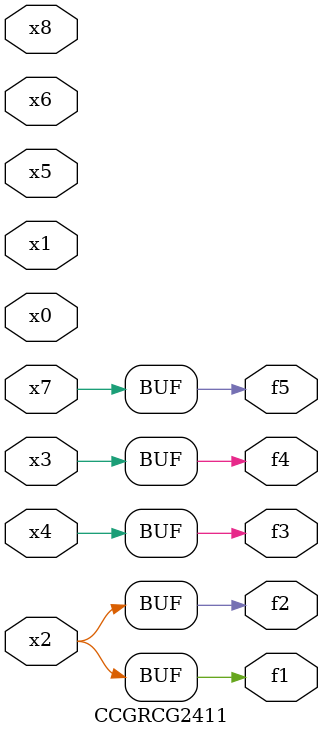
<source format=v>
module CCGRCG2411(
	input x0, x1, x2, x3, x4, x5, x6, x7, x8,
	output f1, f2, f3, f4, f5
);
	assign f1 = x2;
	assign f2 = x2;
	assign f3 = x4;
	assign f4 = x3;
	assign f5 = x7;
endmodule

</source>
